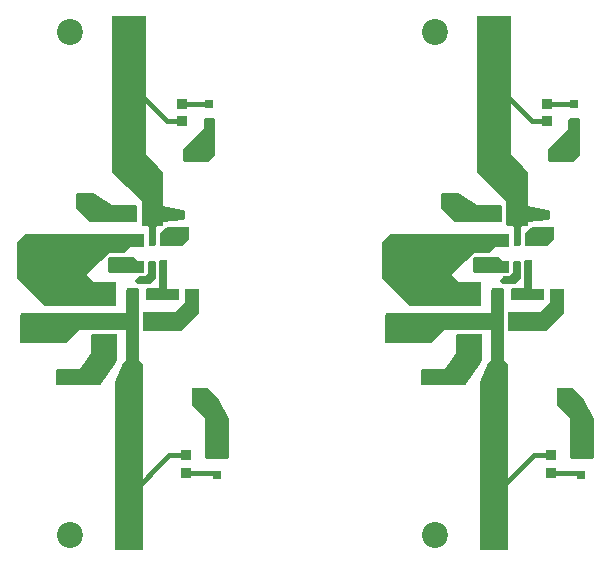
<source format=gbr>
%TF.GenerationSoftware,KiCad,Pcbnew,9.0.0*%
%TF.CreationDate,2025-03-11T18:23:01+02:00*%
%TF.ProjectId,LGS5145 Voltage Regulator,4c475335-3134-4352-9056-6f6c74616765,rev?*%
%TF.SameCoordinates,Original*%
%TF.FileFunction,Copper,L1,Top*%
%TF.FilePolarity,Positive*%
%FSLAX46Y46*%
G04 Gerber Fmt 4.6, Leading zero omitted, Abs format (unit mm)*
G04 Created by KiCad (PCBNEW 9.0.0) date 2025-03-11 18:23:01*
%MOMM*%
%LPD*%
G01*
G04 APERTURE LIST*
%TA.AperFunction,ComponentPad*%
%ADD10C,2.200000*%
%TD*%
%TA.AperFunction,SMDPad,CuDef*%
%ADD11R,1.410000X1.350000*%
%TD*%
%TA.AperFunction,SMDPad,CuDef*%
%ADD12R,0.810000X0.860000*%
%TD*%
%TA.AperFunction,SMDPad,CuDef*%
%ADD13R,0.860000X0.810000*%
%TD*%
%TA.AperFunction,SMDPad,CuDef*%
%ADD14R,0.530000X0.990000*%
%TD*%
%TA.AperFunction,SMDPad,CuDef*%
%ADD15R,2.000000X2.000000*%
%TD*%
%TA.AperFunction,SMDPad,CuDef*%
%ADD16R,0.800000X0.900000*%
%TD*%
%TA.AperFunction,SMDPad,CuDef*%
%ADD17R,3.500000X2.350000*%
%TD*%
%TA.AperFunction,SMDPad,CuDef*%
%ADD18R,0.800000X0.800000*%
%TD*%
%TA.AperFunction,SMDPad,CuDef*%
%ADD19R,0.900000X0.800000*%
%TD*%
%TA.AperFunction,ViaPad*%
%ADD20C,0.600000*%
%TD*%
%TA.AperFunction,Conductor*%
%ADD21C,0.400000*%
%TD*%
%TA.AperFunction,Conductor*%
%ADD22C,0.200000*%
%TD*%
%ADD23C,0.300000*%
%ADD24C,0.350000*%
G04 APERTURE END LIST*
D10*
%TO.P,U2,1,1*%
%TO.N,/VIN*%
X245500000Y-48050000D03*
%TO.P,U2,2,2*%
%TO.N,/GND*%
X240500000Y-48050000D03*
%TD*%
D11*
%TO.P,C1,1,1*%
%TO.N,/GND*%
X245450000Y-63400000D03*
%TO.P,C1,2,2*%
%TO.N,/VIN*%
X247450000Y-63400000D03*
%TD*%
D12*
%TO.P,R2,1,1*%
%TO.N,/GND*%
X250800000Y-70225000D03*
%TO.P,R2,2,2*%
%TO.N,Net-(U1-FB)*%
X249300000Y-70225000D03*
%TD*%
D13*
%TO.P,R3,1,1*%
%TO.N,/VIN*%
X249750000Y-63500000D03*
%TO.P,R3,2,2*%
%TO.N,Net-(U1-EN)*%
X249750000Y-65000000D03*
%TD*%
D10*
%TO.P,U3,1,1*%
%TO.N,/GND*%
X240500000Y-90600000D03*
%TO.P,U3,2,2*%
%TO.N,/VOUT*%
X245500000Y-90600000D03*
%TD*%
D13*
%TO.P,R5,1,1*%
%TO.N,Net-(LED2-A)*%
X250300000Y-85350000D03*
%TO.P,R5,2,2*%
%TO.N,/VOUT*%
X250300000Y-83850000D03*
%TD*%
D14*
%TO.P,U1,1,BST*%
%TO.N,Net-(U1-BST)*%
X246500000Y-67925000D03*
%TO.P,U1,2,GND*%
%TO.N,/GND*%
X247450000Y-67925000D03*
%TO.P,U1,3,FB*%
%TO.N,Net-(U1-FB)*%
X248400000Y-67925000D03*
%TO.P,U1,4,EN*%
%TO.N,Net-(U1-EN)*%
X248400000Y-65625000D03*
%TO.P,U1,5,VIN*%
%TO.N,/VIN*%
X247450000Y-65625000D03*
%TO.P,U1,6,SW*%
%TO.N,Net-(D1-K)*%
X246500000Y-65625000D03*
%TD*%
D12*
%TO.P,R1,1,1*%
%TO.N,Net-(U1-FB)*%
X247400000Y-70225000D03*
%TO.P,R1,2,2*%
%TO.N,/VOUT*%
X245900000Y-70225000D03*
%TD*%
D15*
%TO.P,D1,1,K*%
%TO.N,Net-(D1-K)*%
X243400000Y-70250000D03*
%TO.P,D1,2,A*%
%TO.N,/GND*%
X243400000Y-74650000D03*
%TD*%
D16*
%TO.P,C2,1,1*%
%TO.N,/GND*%
X247250000Y-72450000D03*
%TO.P,C2,2,2*%
%TO.N,/VOUT*%
X245850000Y-72450000D03*
%TD*%
D17*
%TO.P,L1,1,1*%
%TO.N,/VOUT*%
X238250000Y-73130000D03*
%TO.P,L1,2,2*%
%TO.N,Net-(D1-K)*%
X238250000Y-67070000D03*
%TD*%
D18*
%TO.P,LED2,1,A*%
%TO.N,Net-(LED2-A)*%
X252900000Y-85500000D03*
%TO.P,LED2,2,K*%
%TO.N,/GND*%
X252900000Y-83800000D03*
%TD*%
%TO.P,LED1,1,A*%
%TO.N,Net-(LED1-A)*%
X252250000Y-54100000D03*
%TO.P,LED1,2,K*%
%TO.N,/GND*%
X252250000Y-55800000D03*
%TD*%
D13*
%TO.P,R4,1,1*%
%TO.N,Net-(LED1-A)*%
X250000000Y-54100000D03*
%TO.P,R4,2,2*%
%TO.N,/VIN*%
X250000000Y-55600000D03*
%TD*%
D19*
%TO.P,C3,1,1*%
%TO.N,Net-(U1-BST)*%
X244400000Y-67625000D03*
%TO.P,C3,2,2*%
%TO.N,Net-(D1-K)*%
X244400000Y-66225000D03*
%TD*%
%TO.P,C3,1,1*%
%TO.N,Net-(U1-BST)*%
X213500000Y-67625000D03*
%TO.P,C3,2,2*%
%TO.N,Net-(D1-K)*%
X213500000Y-66225000D03*
%TD*%
D13*
%TO.P,R3,1,1*%
%TO.N,/VIN*%
X218850000Y-63500000D03*
%TO.P,R3,2,2*%
%TO.N,Net-(U1-EN)*%
X218850000Y-65000000D03*
%TD*%
D12*
%TO.P,R2,1,1*%
%TO.N,/GND*%
X219900000Y-70225000D03*
%TO.P,R2,2,2*%
%TO.N,Net-(U1-FB)*%
X218400000Y-70225000D03*
%TD*%
D11*
%TO.P,C1,1,1*%
%TO.N,/GND*%
X214550000Y-63400000D03*
%TO.P,C1,2,2*%
%TO.N,/VIN*%
X216550000Y-63400000D03*
%TD*%
D10*
%TO.P,U2,1,1*%
%TO.N,/VIN*%
X214600000Y-48050000D03*
%TO.P,U2,2,2*%
%TO.N,/GND*%
X209600000Y-48050000D03*
%TD*%
D12*
%TO.P,R1,1,1*%
%TO.N,Net-(U1-FB)*%
X216500000Y-70225000D03*
%TO.P,R1,2,2*%
%TO.N,/VOUT*%
X215000000Y-70225000D03*
%TD*%
D13*
%TO.P,R5,1,1*%
%TO.N,Net-(LED2-A)*%
X219400000Y-85350000D03*
%TO.P,R5,2,2*%
%TO.N,/VOUT*%
X219400000Y-83850000D03*
%TD*%
D14*
%TO.P,U1,1,BST*%
%TO.N,Net-(U1-BST)*%
X215600000Y-67925000D03*
%TO.P,U1,2,GND*%
%TO.N,/GND*%
X216550000Y-67925000D03*
%TO.P,U1,3,FB*%
%TO.N,Net-(U1-FB)*%
X217500000Y-67925000D03*
%TO.P,U1,4,EN*%
%TO.N,Net-(U1-EN)*%
X217500000Y-65625000D03*
%TO.P,U1,5,VIN*%
%TO.N,/VIN*%
X216550000Y-65625000D03*
%TO.P,U1,6,SW*%
%TO.N,Net-(D1-K)*%
X215600000Y-65625000D03*
%TD*%
D10*
%TO.P,U3,1,1*%
%TO.N,/GND*%
X209600000Y-90600000D03*
%TO.P,U3,2,2*%
%TO.N,/VOUT*%
X214600000Y-90600000D03*
%TD*%
D17*
%TO.P,L1,1,1*%
%TO.N,/VOUT*%
X207350000Y-73130000D03*
%TO.P,L1,2,2*%
%TO.N,Net-(D1-K)*%
X207350000Y-67070000D03*
%TD*%
D18*
%TO.P,LED1,1,A*%
%TO.N,Net-(LED1-A)*%
X221350000Y-54100000D03*
%TO.P,LED1,2,K*%
%TO.N,/GND*%
X221350000Y-55800000D03*
%TD*%
%TO.P,LED2,1,A*%
%TO.N,Net-(LED2-A)*%
X222000000Y-85500000D03*
%TO.P,LED2,2,K*%
%TO.N,/GND*%
X222000000Y-83800000D03*
%TD*%
D13*
%TO.P,R4,1,1*%
%TO.N,Net-(LED1-A)*%
X219100000Y-54100000D03*
%TO.P,R4,2,2*%
%TO.N,/VIN*%
X219100000Y-55600000D03*
%TD*%
D16*
%TO.P,C2,1,1*%
%TO.N,/GND*%
X216350000Y-72450000D03*
%TO.P,C2,2,2*%
%TO.N,/VOUT*%
X214950000Y-72450000D03*
%TD*%
D15*
%TO.P,D1,1,K*%
%TO.N,Net-(D1-K)*%
X212500000Y-70250000D03*
%TO.P,D1,2,A*%
%TO.N,/GND*%
X212500000Y-74650000D03*
%TD*%
D20*
%TO.N,/GND*%
X242600000Y-63050000D03*
X251400000Y-58450000D03*
X249750000Y-72350000D03*
X250600000Y-58450000D03*
X240225000Y-77325000D03*
X252200000Y-58450000D03*
X248900000Y-72500000D03*
X243550000Y-63350000D03*
X241350000Y-77275000D03*
X243200000Y-76150000D03*
X242425000Y-76800000D03*
X251500000Y-79450000D03*
X246525000Y-69025000D03*
X241850000Y-62450000D03*
X250400000Y-71850000D03*
X251300000Y-78650000D03*
X247175000Y-69000000D03*
X252300000Y-79050000D03*
X221300000Y-58450000D03*
X209325000Y-77325000D03*
X218000000Y-72500000D03*
X219700000Y-58450000D03*
X218850000Y-72350000D03*
X220500000Y-58450000D03*
X211700000Y-63050000D03*
X221400000Y-79050000D03*
X216275000Y-69000000D03*
X219500000Y-71850000D03*
X220400000Y-78650000D03*
X211525000Y-76800000D03*
X210950000Y-62450000D03*
X210450000Y-77275000D03*
X215625000Y-69025000D03*
X220600000Y-79450000D03*
X212300000Y-76150000D03*
X212650000Y-63350000D03*
%TD*%
D21*
%TO.N,Net-(LED2-A)*%
X250300000Y-85350000D02*
X252750000Y-85350000D01*
%TO.N,/VIN*%
X245500000Y-52350000D02*
X245500000Y-48050000D01*
%TO.N,/VOUT*%
X248900000Y-83850000D02*
X245450000Y-87300000D01*
%TO.N,/VIN*%
X248750000Y-55600000D02*
X245500000Y-52350000D01*
D22*
%TO.N,Net-(LED2-A)*%
X252750000Y-85350000D02*
X252900000Y-85500000D01*
D21*
%TO.N,Net-(LED1-A)*%
X250000000Y-54100000D02*
X252250000Y-54100000D01*
%TO.N,/VOUT*%
X245450000Y-87300000D02*
X245450000Y-90600000D01*
X250300000Y-83850000D02*
X248900000Y-83850000D01*
%TO.N,/VIN*%
X250000000Y-55600000D02*
X248750000Y-55600000D01*
X217850000Y-55600000D02*
X214600000Y-52350000D01*
X214600000Y-52350000D02*
X214600000Y-48050000D01*
X219100000Y-55600000D02*
X217850000Y-55600000D01*
%TO.N,/VOUT*%
X214550000Y-87300000D02*
X214550000Y-90600000D01*
X219400000Y-83850000D02*
X218000000Y-83850000D01*
X218000000Y-83850000D02*
X214550000Y-87300000D01*
%TO.N,Net-(LED1-A)*%
X219100000Y-54100000D02*
X221350000Y-54100000D01*
D22*
%TO.N,Net-(LED2-A)*%
X221850000Y-85350000D02*
X222000000Y-85500000D01*
D21*
X219400000Y-85350000D02*
X221850000Y-85350000D01*
%TD*%
%TA.AperFunction,Conductor*%
%TO.N,/VOUT*%
G36*
X215518978Y-75869685D02*
G01*
X215538386Y-75885102D01*
X215770741Y-76111051D01*
X215805080Y-76171900D01*
X215808294Y-76200013D01*
X215800295Y-91776064D01*
X215780576Y-91843093D01*
X215727749Y-91888821D01*
X215676295Y-91900000D01*
X213499000Y-91900000D01*
X213431961Y-91880315D01*
X213386206Y-91827511D01*
X213375000Y-91776000D01*
X213375000Y-77745674D01*
X213385555Y-77695612D01*
X214115630Y-76041190D01*
X214127380Y-76027273D01*
X214134842Y-76010654D01*
X214160220Y-75988377D01*
X214160702Y-75987807D01*
X214161367Y-75987371D01*
X214341276Y-75870116D01*
X214360732Y-75864267D01*
X214375000Y-75850000D01*
X215450000Y-75850000D01*
X215451939Y-75850000D01*
X215518978Y-75869685D01*
G37*
%TD.AperFunction*%
%TD*%
%TA.AperFunction,Conductor*%
%TO.N,Net-(D1-K)*%
G36*
X210946564Y-68636251D02*
G01*
X210946565Y-68636252D01*
X211599998Y-69199999D01*
X211600000Y-69200000D01*
X213376000Y-69200000D01*
X213443039Y-69219685D01*
X213488794Y-69272489D01*
X213500000Y-69324000D01*
X213500000Y-71076000D01*
X213480315Y-71143039D01*
X213427511Y-71188794D01*
X213376000Y-71200000D01*
X207451362Y-71200000D01*
X207384323Y-71180315D01*
X207363681Y-71163681D01*
X205136319Y-68936319D01*
X205102834Y-68874996D01*
X205100000Y-68848638D01*
X205100000Y-68100000D01*
X210325000Y-68100000D01*
X210946564Y-68636251D01*
G37*
%TD.AperFunction*%
%TD*%
%TA.AperFunction,Conductor*%
%TO.N,/GND*%
G36*
X221843039Y-55369685D02*
G01*
X221888794Y-55422489D01*
X221900000Y-55474000D01*
X221900000Y-58323638D01*
X221880315Y-58390677D01*
X221863681Y-58411319D01*
X221261319Y-59013681D01*
X221199996Y-59047166D01*
X221173638Y-59050000D01*
X219324000Y-59050000D01*
X219256961Y-59030315D01*
X219211206Y-58977511D01*
X219200000Y-58926000D01*
X219200000Y-57976362D01*
X219219685Y-57909323D01*
X219236319Y-57888681D01*
X220900000Y-56225000D01*
X220900000Y-55474000D01*
X220919685Y-55406961D01*
X220972489Y-55361206D01*
X221024000Y-55350000D01*
X221776000Y-55350000D01*
X221843039Y-55369685D01*
G37*
%TD.AperFunction*%
%TD*%
%TA.AperFunction,Conductor*%
%TO.N,/GND*%
G36*
X220493039Y-69769685D02*
G01*
X220538794Y-69822489D01*
X220550000Y-69874000D01*
X220550000Y-71698638D01*
X220530315Y-71765677D01*
X220513681Y-71786319D01*
X218986319Y-73313681D01*
X218924996Y-73347166D01*
X218898638Y-73350000D01*
X215874000Y-73350000D01*
X215806961Y-73330315D01*
X215761206Y-73277511D01*
X215750000Y-73226000D01*
X215750000Y-71824000D01*
X215769685Y-71756961D01*
X215822489Y-71711206D01*
X215874000Y-71700000D01*
X218487500Y-71700000D01*
X219300000Y-70887500D01*
X219300000Y-70250000D01*
X219300000Y-69874000D01*
X219319685Y-69806961D01*
X219372489Y-69761206D01*
X219424000Y-69750000D01*
X220426000Y-69750000D01*
X220493039Y-69769685D01*
G37*
%TD.AperFunction*%
%TD*%
%TA.AperFunction,Conductor*%
%TO.N,/GND*%
G36*
X221222385Y-78169685D02*
G01*
X221243027Y-78186319D01*
X222220487Y-79163779D01*
X222242018Y-79192735D01*
X223010822Y-80622500D01*
X223025610Y-80681225D01*
X223025610Y-84026000D01*
X223005925Y-84093039D01*
X222953121Y-84138794D01*
X222901610Y-84150000D01*
X221174000Y-84150000D01*
X221106961Y-84130315D01*
X221061206Y-84077511D01*
X221050000Y-84026000D01*
X221050000Y-80684167D01*
X220100359Y-79750353D01*
X220099619Y-79749619D01*
X219936319Y-79586319D01*
X219902834Y-79524996D01*
X219900000Y-79498638D01*
X219900000Y-78274000D01*
X219919685Y-78206961D01*
X219972489Y-78161206D01*
X220024000Y-78150000D01*
X221155346Y-78150000D01*
X221222385Y-78169685D01*
G37*
%TD.AperFunction*%
%TD*%
%TA.AperFunction,Conductor*%
%TO.N,Net-(U1-EN)*%
G36*
X219643039Y-64569685D02*
G01*
X219688794Y-64622489D01*
X219700000Y-64674000D01*
X219700000Y-65498638D01*
X219680315Y-65565677D01*
X219663681Y-65586319D01*
X219136319Y-66113681D01*
X219074996Y-66147166D01*
X219048638Y-66150000D01*
X217324000Y-66150000D01*
X217256961Y-66130315D01*
X217211206Y-66077511D01*
X217200000Y-66026000D01*
X217200000Y-65151362D01*
X217219685Y-65084323D01*
X217236319Y-65063681D01*
X217713681Y-64586319D01*
X217775004Y-64552834D01*
X217801362Y-64550000D01*
X219576000Y-64550000D01*
X219643039Y-64569685D01*
G37*
%TD.AperFunction*%
%TD*%
%TA.AperFunction,Conductor*%
%TO.N,/VOUT*%
G36*
X215393039Y-69744685D02*
G01*
X215438794Y-69797489D01*
X215450000Y-69849000D01*
X215450000Y-75850000D01*
X214375000Y-75850000D01*
X214375000Y-69849000D01*
X214394685Y-69781961D01*
X214447489Y-69736206D01*
X214499000Y-69725000D01*
X215326000Y-69725000D01*
X215393039Y-69744685D01*
G37*
%TD.AperFunction*%
%TD*%
%TA.AperFunction,Conductor*%
%TO.N,/GND*%
G36*
X211696679Y-61719685D02*
G01*
X211698267Y-61720722D01*
X213121160Y-62666209D01*
X215127968Y-62698063D01*
X215194687Y-62718809D01*
X215239598Y-62772332D01*
X215250000Y-62822047D01*
X215250000Y-63976000D01*
X215230315Y-64043039D01*
X215177511Y-64088794D01*
X215126000Y-64100000D01*
X211326362Y-64100000D01*
X211259323Y-64080315D01*
X211238681Y-64063681D01*
X210136319Y-62961319D01*
X210102834Y-62899996D01*
X210100000Y-62873638D01*
X210100000Y-61824000D01*
X210119685Y-61756961D01*
X210172489Y-61711206D01*
X210224000Y-61700000D01*
X211629640Y-61700000D01*
X211696679Y-61719685D01*
G37*
%TD.AperFunction*%
%TD*%
%TA.AperFunction,Conductor*%
%TO.N,Net-(U1-BST)*%
G36*
X214971927Y-67094685D02*
G01*
X214992569Y-67111319D01*
X215281250Y-67400000D01*
X215751000Y-67400000D01*
X215818039Y-67419685D01*
X215863794Y-67472489D01*
X215875000Y-67524000D01*
X215875000Y-68326000D01*
X215855315Y-68393039D01*
X215802511Y-68438794D01*
X215751000Y-68450000D01*
X212974000Y-68450000D01*
X212906961Y-68430315D01*
X212861206Y-68377511D01*
X212850000Y-68326000D01*
X212850000Y-67199000D01*
X212869685Y-67131961D01*
X212922489Y-67086206D01*
X212974000Y-67075000D01*
X214904888Y-67075000D01*
X214971927Y-67094685D01*
G37*
%TD.AperFunction*%
%TD*%
%TA.AperFunction,Conductor*%
%TO.N,/VIN*%
G36*
X215993039Y-46669685D02*
G01*
X216038794Y-46722489D01*
X216050000Y-46774000D01*
X216050000Y-58340811D01*
X216049999Y-58340811D01*
X217044368Y-59494504D01*
X217456722Y-59972928D01*
X217469927Y-59988248D01*
X217498784Y-60051880D01*
X217500000Y-60069203D01*
X217500000Y-64082277D01*
X217500000Y-64326000D01*
X217480315Y-64393039D01*
X217427511Y-64438794D01*
X217376000Y-64450000D01*
X215774000Y-64450000D01*
X215706961Y-64430315D01*
X215661206Y-64377511D01*
X215650000Y-64326000D01*
X215650000Y-62351138D01*
X215649999Y-62351137D01*
X213187852Y-59972928D01*
X213153309Y-59912195D01*
X213150000Y-59883740D01*
X213150000Y-46774000D01*
X213169685Y-46706961D01*
X213222489Y-46661206D01*
X213274000Y-46650000D01*
X215926000Y-46650000D01*
X215993039Y-46669685D01*
G37*
%TD.AperFunction*%
%TD*%
%TA.AperFunction,Conductor*%
%TO.N,Net-(D1-K)*%
G36*
X215776243Y-65174758D02*
G01*
X215843243Y-65194574D01*
X215888895Y-65247467D01*
X215900000Y-65298758D01*
X215900000Y-66151000D01*
X215880315Y-66218039D01*
X215827511Y-66263794D01*
X215776000Y-66275000D01*
X214675000Y-66275000D01*
X214185917Y-66740793D01*
X214123796Y-66772773D01*
X214100400Y-66775000D01*
X212931249Y-66775000D01*
X212252189Y-67454060D01*
X212247729Y-67458305D01*
X210946565Y-68636251D01*
X210946565Y-68636252D01*
X210325000Y-68100000D01*
X205100000Y-68100000D01*
X205100000Y-65902999D01*
X205119685Y-65835960D01*
X205136404Y-65815232D01*
X205653888Y-65298758D01*
X205761254Y-65191601D01*
X205822608Y-65158178D01*
X205849085Y-65155370D01*
X215776243Y-65174758D01*
G37*
%TD.AperFunction*%
%TD*%
%TA.AperFunction,Conductor*%
%TO.N,/GND*%
G36*
X216818039Y-67444685D02*
G01*
X216863794Y-67497489D01*
X216875000Y-67549000D01*
X216875000Y-68861138D01*
X216855315Y-68928177D01*
X216838681Y-68948819D01*
X216473819Y-69313681D01*
X216412496Y-69347166D01*
X216386138Y-69350000D01*
X215388862Y-69350000D01*
X215359421Y-69341355D01*
X215329435Y-69334832D01*
X215324419Y-69331077D01*
X215321823Y-69330315D01*
X215301181Y-69313681D01*
X215161319Y-69173819D01*
X215127834Y-69112496D01*
X215125000Y-69086138D01*
X215125000Y-68998237D01*
X215144685Y-68931198D01*
X215161319Y-68910556D01*
X215335556Y-68736319D01*
X215396879Y-68702834D01*
X215423237Y-68700000D01*
X215906250Y-68700000D01*
X216200000Y-68406250D01*
X216200000Y-67549000D01*
X216219685Y-67481961D01*
X216272489Y-67436206D01*
X216324000Y-67425000D01*
X216751000Y-67425000D01*
X216818039Y-67444685D01*
G37*
%TD.AperFunction*%
%TD*%
%TA.AperFunction,Conductor*%
%TO.N,/VIN*%
G36*
X219200917Y-63079675D02*
G01*
X219262634Y-63112430D01*
X219296845Y-63173351D01*
X219300000Y-63201146D01*
X219300000Y-63787922D01*
X219280315Y-63854961D01*
X219227511Y-63900716D01*
X219188493Y-63911291D01*
X217500000Y-64082277D01*
X217500000Y-62730769D01*
X219200917Y-63079675D01*
G37*
%TD.AperFunction*%
%TD*%
%TA.AperFunction,Conductor*%
%TO.N,/VIN*%
G36*
X216850000Y-64574999D02*
G01*
X216850000Y-65976000D01*
X216830315Y-66043039D01*
X216777511Y-66088794D01*
X216726000Y-66100000D01*
X216374000Y-66100000D01*
X216306961Y-66080315D01*
X216261206Y-66027511D01*
X216250000Y-65976000D01*
X216250000Y-64575000D01*
X216125000Y-64450000D01*
X216974999Y-64450000D01*
X216850000Y-64574999D01*
G37*
%TD.AperFunction*%
%TD*%
%TA.AperFunction,Conductor*%
%TO.N,Net-(U1-FB)*%
G36*
X217793039Y-67344685D02*
G01*
X217838794Y-67397489D01*
X217850000Y-67449000D01*
X217850000Y-69750000D01*
X218701000Y-69750000D01*
X218768039Y-69769685D01*
X218813794Y-69822489D01*
X218825000Y-69874000D01*
X218825000Y-70601000D01*
X218805315Y-70668039D01*
X218752511Y-70713794D01*
X218701000Y-70725000D01*
X216174000Y-70725000D01*
X216106961Y-70705315D01*
X216061206Y-70652511D01*
X216050000Y-70601000D01*
X216050000Y-69849000D01*
X216069685Y-69781961D01*
X216122489Y-69736206D01*
X216174000Y-69725000D01*
X217150000Y-69725000D01*
X217150000Y-67449000D01*
X217169685Y-67381961D01*
X217222489Y-67336206D01*
X217274000Y-67325000D01*
X217726000Y-67325000D01*
X217793039Y-67344685D01*
G37*
%TD.AperFunction*%
%TD*%
%TA.AperFunction,Conductor*%
%TO.N,/VOUT*%
G36*
X214375000Y-73250000D02*
G01*
X210387500Y-73250000D01*
X210387499Y-73250000D01*
X209857838Y-73762934D01*
X209236061Y-74365077D01*
X209174211Y-74397573D01*
X209149800Y-74400000D01*
X205524000Y-74400000D01*
X205456961Y-74380315D01*
X205411206Y-74327511D01*
X205400000Y-74276000D01*
X205400000Y-71974000D01*
X205419685Y-71906961D01*
X205472489Y-71861206D01*
X205524000Y-71850000D01*
X214375000Y-71850000D01*
X214375000Y-73250000D01*
G37*
%TD.AperFunction*%
%TD*%
%TA.AperFunction,Conductor*%
%TO.N,/GND*%
G36*
X213543039Y-73619685D02*
G01*
X213588794Y-73672489D01*
X213600000Y-73724000D01*
X213600000Y-75719258D01*
X213585640Y-75777181D01*
X213383744Y-76159339D01*
X213375234Y-76173171D01*
X212187069Y-77847755D01*
X212132221Y-77891039D01*
X212085939Y-77900000D01*
X208524000Y-77900000D01*
X208456961Y-77880315D01*
X208411206Y-77827511D01*
X208400000Y-77776000D01*
X208400000Y-76724000D01*
X208419685Y-76656961D01*
X208472489Y-76611206D01*
X208524000Y-76600000D01*
X210450000Y-76600000D01*
X211028663Y-75750000D01*
X211400000Y-75204542D01*
X211400000Y-73724000D01*
X211419685Y-73656961D01*
X211472489Y-73611206D01*
X211524000Y-73600000D01*
X213476000Y-73600000D01*
X213543039Y-73619685D01*
G37*
%TD.AperFunction*%
%TD*%
%TA.AperFunction,Conductor*%
%TO.N,/GND*%
G36*
X244443039Y-73619685D02*
G01*
X244488794Y-73672489D01*
X244500000Y-73724000D01*
X244500000Y-75719258D01*
X244485640Y-75777181D01*
X244283744Y-76159339D01*
X244275234Y-76173171D01*
X243087069Y-77847755D01*
X243032221Y-77891039D01*
X242985939Y-77900000D01*
X239424000Y-77900000D01*
X239356961Y-77880315D01*
X239311206Y-77827511D01*
X239300000Y-77776000D01*
X239300000Y-76724000D01*
X239319685Y-76656961D01*
X239372489Y-76611206D01*
X239424000Y-76600000D01*
X241350000Y-76600000D01*
X241928663Y-75750000D01*
X242300000Y-75204542D01*
X242300000Y-73724000D01*
X242319685Y-73656961D01*
X242372489Y-73611206D01*
X242424000Y-73600000D01*
X244376000Y-73600000D01*
X244443039Y-73619685D01*
G37*
%TD.AperFunction*%
%TD*%
%TA.AperFunction,Conductor*%
%TO.N,Net-(U1-EN)*%
G36*
X250543039Y-64569685D02*
G01*
X250588794Y-64622489D01*
X250600000Y-64674000D01*
X250600000Y-65498638D01*
X250580315Y-65565677D01*
X250563681Y-65586319D01*
X250036319Y-66113681D01*
X249974996Y-66147166D01*
X249948638Y-66150000D01*
X248224000Y-66150000D01*
X248156961Y-66130315D01*
X248111206Y-66077511D01*
X248100000Y-66026000D01*
X248100000Y-65151362D01*
X248119685Y-65084323D01*
X248136319Y-65063681D01*
X248613681Y-64586319D01*
X248675004Y-64552834D01*
X248701362Y-64550000D01*
X250476000Y-64550000D01*
X250543039Y-64569685D01*
G37*
%TD.AperFunction*%
%TD*%
%TA.AperFunction,Conductor*%
%TO.N,/GND*%
G36*
X252743039Y-55369685D02*
G01*
X252788794Y-55422489D01*
X252800000Y-55474000D01*
X252800000Y-58323638D01*
X252780315Y-58390677D01*
X252763681Y-58411319D01*
X252161319Y-59013681D01*
X252099996Y-59047166D01*
X252073638Y-59050000D01*
X250224000Y-59050000D01*
X250156961Y-59030315D01*
X250111206Y-58977511D01*
X250100000Y-58926000D01*
X250100000Y-57976362D01*
X250119685Y-57909323D01*
X250136319Y-57888681D01*
X251800000Y-56225000D01*
X251800000Y-55474000D01*
X251819685Y-55406961D01*
X251872489Y-55361206D01*
X251924000Y-55350000D01*
X252676000Y-55350000D01*
X252743039Y-55369685D01*
G37*
%TD.AperFunction*%
%TD*%
%TA.AperFunction,Conductor*%
%TO.N,/VIN*%
G36*
X246893039Y-46669685D02*
G01*
X246938794Y-46722489D01*
X246950000Y-46774000D01*
X246950000Y-58340811D01*
X246949999Y-58340811D01*
X247944368Y-59494504D01*
X248356722Y-59972928D01*
X248369927Y-59988248D01*
X248398784Y-60051880D01*
X248400000Y-60069203D01*
X248400000Y-64082277D01*
X248400000Y-64326000D01*
X248380315Y-64393039D01*
X248327511Y-64438794D01*
X248276000Y-64450000D01*
X246674000Y-64450000D01*
X246606961Y-64430315D01*
X246561206Y-64377511D01*
X246550000Y-64326000D01*
X246550000Y-62351138D01*
X246549999Y-62351137D01*
X244087852Y-59972928D01*
X244053309Y-59912195D01*
X244050000Y-59883740D01*
X244050000Y-46774000D01*
X244069685Y-46706961D01*
X244122489Y-46661206D01*
X244174000Y-46650000D01*
X246826000Y-46650000D01*
X246893039Y-46669685D01*
G37*
%TD.AperFunction*%
%TD*%
%TA.AperFunction,Conductor*%
%TO.N,Net-(U1-BST)*%
G36*
X245871927Y-67094685D02*
G01*
X245892569Y-67111319D01*
X246181250Y-67400000D01*
X246651000Y-67400000D01*
X246718039Y-67419685D01*
X246763794Y-67472489D01*
X246775000Y-67524000D01*
X246775000Y-68326000D01*
X246755315Y-68393039D01*
X246702511Y-68438794D01*
X246651000Y-68450000D01*
X243874000Y-68450000D01*
X243806961Y-68430315D01*
X243761206Y-68377511D01*
X243750000Y-68326000D01*
X243750000Y-67199000D01*
X243769685Y-67131961D01*
X243822489Y-67086206D01*
X243874000Y-67075000D01*
X245804888Y-67075000D01*
X245871927Y-67094685D01*
G37*
%TD.AperFunction*%
%TD*%
%TA.AperFunction,Conductor*%
%TO.N,/GND*%
G36*
X252122385Y-78169685D02*
G01*
X252143027Y-78186319D01*
X253120487Y-79163779D01*
X253142018Y-79192735D01*
X253910822Y-80622500D01*
X253925610Y-80681225D01*
X253925610Y-84026000D01*
X253905925Y-84093039D01*
X253853121Y-84138794D01*
X253801610Y-84150000D01*
X252074000Y-84150000D01*
X252006961Y-84130315D01*
X251961206Y-84077511D01*
X251950000Y-84026000D01*
X251950000Y-80684167D01*
X251000359Y-79750353D01*
X250999619Y-79749619D01*
X250836319Y-79586319D01*
X250802834Y-79524996D01*
X250800000Y-79498638D01*
X250800000Y-78274000D01*
X250819685Y-78206961D01*
X250872489Y-78161206D01*
X250924000Y-78150000D01*
X252055346Y-78150000D01*
X252122385Y-78169685D01*
G37*
%TD.AperFunction*%
%TD*%
%TA.AperFunction,Conductor*%
%TO.N,/VOUT*%
G36*
X246293039Y-69744685D02*
G01*
X246338794Y-69797489D01*
X246350000Y-69849000D01*
X246350000Y-75850000D01*
X245275000Y-75850000D01*
X245275000Y-69849000D01*
X245294685Y-69781961D01*
X245347489Y-69736206D01*
X245399000Y-69725000D01*
X246226000Y-69725000D01*
X246293039Y-69744685D01*
G37*
%TD.AperFunction*%
%TD*%
%TA.AperFunction,Conductor*%
%TO.N,/GND*%
G36*
X251393039Y-69769685D02*
G01*
X251438794Y-69822489D01*
X251450000Y-69874000D01*
X251450000Y-71698638D01*
X251430315Y-71765677D01*
X251413681Y-71786319D01*
X249886319Y-73313681D01*
X249824996Y-73347166D01*
X249798638Y-73350000D01*
X246774000Y-73350000D01*
X246706961Y-73330315D01*
X246661206Y-73277511D01*
X246650000Y-73226000D01*
X246650000Y-71824000D01*
X246669685Y-71756961D01*
X246722489Y-71711206D01*
X246774000Y-71700000D01*
X249387500Y-71700000D01*
X250200000Y-70887500D01*
X250200000Y-70250000D01*
X250200000Y-69874000D01*
X250219685Y-69806961D01*
X250272489Y-69761206D01*
X250324000Y-69750000D01*
X251326000Y-69750000D01*
X251393039Y-69769685D01*
G37*
%TD.AperFunction*%
%TD*%
%TA.AperFunction,Conductor*%
%TO.N,/GND*%
G36*
X242596679Y-61719685D02*
G01*
X242598267Y-61720722D01*
X244021160Y-62666209D01*
X246027968Y-62698063D01*
X246094687Y-62718809D01*
X246139598Y-62772332D01*
X246150000Y-62822047D01*
X246150000Y-63976000D01*
X246130315Y-64043039D01*
X246077511Y-64088794D01*
X246026000Y-64100000D01*
X242226362Y-64100000D01*
X242159323Y-64080315D01*
X242138681Y-64063681D01*
X241036319Y-62961319D01*
X241002834Y-62899996D01*
X241000000Y-62873638D01*
X241000000Y-61824000D01*
X241019685Y-61756961D01*
X241072489Y-61711206D01*
X241124000Y-61700000D01*
X242529640Y-61700000D01*
X242596679Y-61719685D01*
G37*
%TD.AperFunction*%
%TD*%
%TA.AperFunction,Conductor*%
%TO.N,Net-(D1-K)*%
G36*
X241846564Y-68636251D02*
G01*
X241846565Y-68636252D01*
X242499998Y-69199999D01*
X242500000Y-69200000D01*
X244276000Y-69200000D01*
X244343039Y-69219685D01*
X244388794Y-69272489D01*
X244400000Y-69324000D01*
X244400000Y-71076000D01*
X244380315Y-71143039D01*
X244327511Y-71188794D01*
X244276000Y-71200000D01*
X238351362Y-71200000D01*
X238284323Y-71180315D01*
X238263681Y-71163681D01*
X236036319Y-68936319D01*
X236002834Y-68874996D01*
X236000000Y-68848638D01*
X236000000Y-68100000D01*
X241225000Y-68100000D01*
X241846564Y-68636251D01*
G37*
%TD.AperFunction*%
%TD*%
%TA.AperFunction,Conductor*%
%TO.N,/VIN*%
G36*
X250100917Y-63079675D02*
G01*
X250162634Y-63112430D01*
X250196845Y-63173351D01*
X250200000Y-63201146D01*
X250200000Y-63787922D01*
X250180315Y-63854961D01*
X250127511Y-63900716D01*
X250088493Y-63911291D01*
X248400000Y-64082277D01*
X248400000Y-62730769D01*
X250100917Y-63079675D01*
G37*
%TD.AperFunction*%
%TD*%
%TA.AperFunction,Conductor*%
%TO.N,/VIN*%
G36*
X247750000Y-64574999D02*
G01*
X247750000Y-65976000D01*
X247730315Y-66043039D01*
X247677511Y-66088794D01*
X247626000Y-66100000D01*
X247274000Y-66100000D01*
X247206961Y-66080315D01*
X247161206Y-66027511D01*
X247150000Y-65976000D01*
X247150000Y-64575000D01*
X247025000Y-64450000D01*
X247874999Y-64450000D01*
X247750000Y-64574999D01*
G37*
%TD.AperFunction*%
%TD*%
%TA.AperFunction,Conductor*%
%TO.N,Net-(U1-FB)*%
G36*
X248693039Y-67344685D02*
G01*
X248738794Y-67397489D01*
X248750000Y-67449000D01*
X248750000Y-69750000D01*
X249601000Y-69750000D01*
X249668039Y-69769685D01*
X249713794Y-69822489D01*
X249725000Y-69874000D01*
X249725000Y-70601000D01*
X249705315Y-70668039D01*
X249652511Y-70713794D01*
X249601000Y-70725000D01*
X247074000Y-70725000D01*
X247006961Y-70705315D01*
X246961206Y-70652511D01*
X246950000Y-70601000D01*
X246950000Y-69849000D01*
X246969685Y-69781961D01*
X247022489Y-69736206D01*
X247074000Y-69725000D01*
X248050000Y-69725000D01*
X248050000Y-67449000D01*
X248069685Y-67381961D01*
X248122489Y-67336206D01*
X248174000Y-67325000D01*
X248626000Y-67325000D01*
X248693039Y-67344685D01*
G37*
%TD.AperFunction*%
%TD*%
%TA.AperFunction,Conductor*%
%TO.N,/VOUT*%
G36*
X246418978Y-75869685D02*
G01*
X246438386Y-75885102D01*
X246670741Y-76111051D01*
X246705080Y-76171900D01*
X246708294Y-76200013D01*
X246700295Y-91776064D01*
X246680576Y-91843093D01*
X246627749Y-91888821D01*
X246576295Y-91900000D01*
X244399000Y-91900000D01*
X244331961Y-91880315D01*
X244286206Y-91827511D01*
X244275000Y-91776000D01*
X244275000Y-77745674D01*
X244285555Y-77695612D01*
X245015630Y-76041190D01*
X245027380Y-76027273D01*
X245034842Y-76010654D01*
X245060220Y-75988377D01*
X245060702Y-75987807D01*
X245061367Y-75987371D01*
X245241276Y-75870116D01*
X245260732Y-75864267D01*
X245275000Y-75850000D01*
X246350000Y-75850000D01*
X246351939Y-75850000D01*
X246418978Y-75869685D01*
G37*
%TD.AperFunction*%
%TD*%
%TA.AperFunction,Conductor*%
%TO.N,/GND*%
G36*
X247718039Y-67444685D02*
G01*
X247763794Y-67497489D01*
X247775000Y-67549000D01*
X247775000Y-68861138D01*
X247755315Y-68928177D01*
X247738681Y-68948819D01*
X247373819Y-69313681D01*
X247312496Y-69347166D01*
X247286138Y-69350000D01*
X246288862Y-69350000D01*
X246259421Y-69341355D01*
X246229435Y-69334832D01*
X246224419Y-69331077D01*
X246221823Y-69330315D01*
X246201181Y-69313681D01*
X246061319Y-69173819D01*
X246027834Y-69112496D01*
X246025000Y-69086138D01*
X246025000Y-68998237D01*
X246044685Y-68931198D01*
X246061319Y-68910556D01*
X246235556Y-68736319D01*
X246296879Y-68702834D01*
X246323237Y-68700000D01*
X246806250Y-68700000D01*
X247100000Y-68406250D01*
X247100000Y-67549000D01*
X247119685Y-67481961D01*
X247172489Y-67436206D01*
X247224000Y-67425000D01*
X247651000Y-67425000D01*
X247718039Y-67444685D01*
G37*
%TD.AperFunction*%
%TD*%
%TA.AperFunction,Conductor*%
%TO.N,Net-(D1-K)*%
G36*
X246676243Y-65174758D02*
G01*
X246743243Y-65194574D01*
X246788895Y-65247467D01*
X246800000Y-65298758D01*
X246800000Y-66151000D01*
X246780315Y-66218039D01*
X246727511Y-66263794D01*
X246676000Y-66275000D01*
X245575000Y-66275000D01*
X245085917Y-66740793D01*
X245023796Y-66772773D01*
X245000400Y-66775000D01*
X243831249Y-66775000D01*
X243152189Y-67454060D01*
X243147729Y-67458305D01*
X241846565Y-68636251D01*
X241846565Y-68636252D01*
X241225000Y-68100000D01*
X236000000Y-68100000D01*
X236000000Y-65902999D01*
X236019685Y-65835960D01*
X236036404Y-65815232D01*
X236553888Y-65298758D01*
X236661254Y-65191601D01*
X236722608Y-65158178D01*
X236749085Y-65155370D01*
X246676243Y-65174758D01*
G37*
%TD.AperFunction*%
%TD*%
%TA.AperFunction,Conductor*%
%TO.N,/VOUT*%
G36*
X245275000Y-73250000D02*
G01*
X241287500Y-73250000D01*
X241287499Y-73250000D01*
X240757838Y-73762934D01*
X240136061Y-74365077D01*
X240074211Y-74397573D01*
X240049800Y-74400000D01*
X236424000Y-74400000D01*
X236356961Y-74380315D01*
X236311206Y-74327511D01*
X236300000Y-74276000D01*
X236300000Y-71974000D01*
X236319685Y-71906961D01*
X236372489Y-71861206D01*
X236424000Y-71850000D01*
X245275000Y-71850000D01*
X245275000Y-73250000D01*
G37*
%TD.AperFunction*%
%TD*%
D23*
X242600000Y-63050000D03*
X251400000Y-58450000D03*
X249750000Y-72350000D03*
X250600000Y-58450000D03*
X240225000Y-77325000D03*
X252200000Y-58450000D03*
X248900000Y-72500000D03*
X243550000Y-63350000D03*
X241350000Y-77275000D03*
X243200000Y-76150000D03*
X242425000Y-76800000D03*
X251500000Y-79450000D03*
X246525000Y-69025000D03*
X241850000Y-62450000D03*
X250400000Y-71850000D03*
X251300000Y-78650000D03*
X247175000Y-69000000D03*
X252300000Y-79050000D03*
X221300000Y-58450000D03*
X209325000Y-77325000D03*
X218000000Y-72500000D03*
X219700000Y-58450000D03*
X218850000Y-72350000D03*
X220500000Y-58450000D03*
X211700000Y-63050000D03*
X221400000Y-79050000D03*
X216275000Y-69000000D03*
X219500000Y-71850000D03*
X220400000Y-78650000D03*
X211525000Y-76800000D03*
X210950000Y-62450000D03*
X210450000Y-77275000D03*
X215625000Y-69025000D03*
X220600000Y-79450000D03*
X212300000Y-76150000D03*
X212650000Y-63350000D03*
D24*
X245500000Y-48050000D03*
X240500000Y-48050000D03*
X240500000Y-90600000D03*
X245500000Y-90600000D03*
X214600000Y-48050000D03*
X209600000Y-48050000D03*
X209600000Y-90600000D03*
X214600000Y-90600000D03*
M02*

</source>
